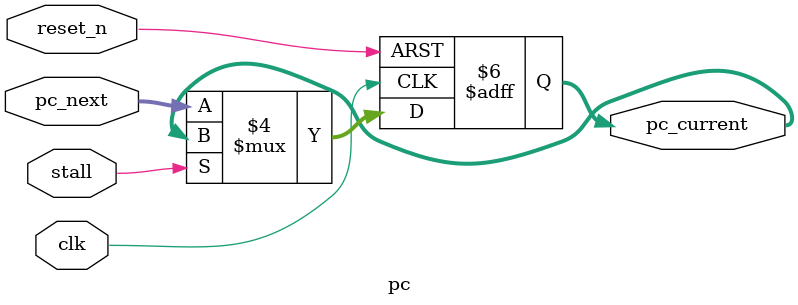
<source format=v>

module pc #(
  parameter RESET_VECTOR = 32'h00000000
) (
  input  wire        clk,         // Clock
  input  wire        reset_n,     // Active-low reset
  input  wire        stall,       // Stall signal (freeze PC)
  input  wire [31:0] pc_next,     // Next PC value
  output reg  [31:0] pc_current   // Current PC value
);

  always @(posedge clk or negedge reset_n) begin
    if (!reset_n) begin
      pc_current <= RESET_VECTOR;
    end else if (!stall) begin
      pc_current <= pc_next;
    end
    // If stall is high, PC holds its current value
  end

endmodule

</source>
